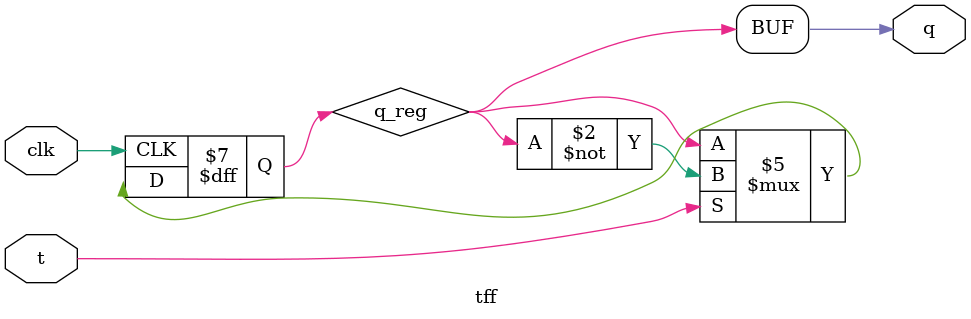
<source format=v>
/* The operation of this ff is very simple.
* T - like toggle, high state switches current state to its opposite.
*/
module tff(
   input wire clk,
   input wire t,
   output wire q
);
   
   reg q_reg = 1'b0;
   assign q = q_reg;
   
   always@(posedge clk) begin
      if(t) q_reg <= ~q_reg;
      else q_reg <= q_reg;
   end

endmodule

</source>
